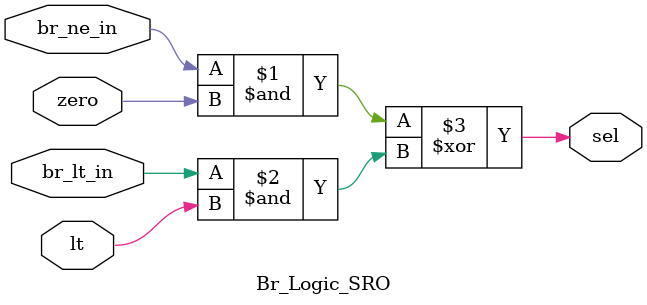
<source format=sv>

module Br_Logic_SRO (
   input br_lt_in, br_ne_in, lt, zero,   
   output sel
   ); 
   
   assign sel = (br_ne_in & zero) ^ (br_lt_in & lt); 

endmodule 

</source>
